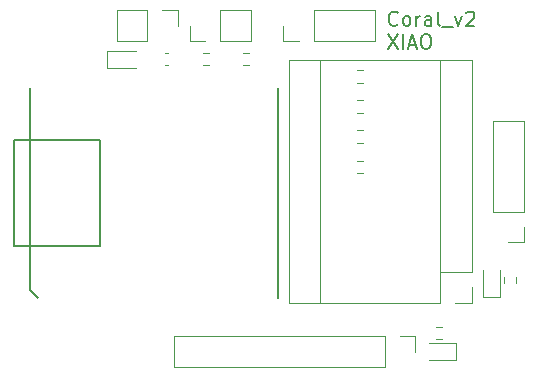
<source format=gbr>
%TF.GenerationSoftware,KiCad,Pcbnew,7.0.5*%
%TF.CreationDate,2023-07-11T15:30:59-04:00*%
%TF.ProjectId,StepperMotor_module_V2_XIAO_RP2040,53746570-7065-4724-9d6f-746f725f6d6f,rev?*%
%TF.SameCoordinates,Original*%
%TF.FileFunction,Legend,Top*%
%TF.FilePolarity,Positive*%
%FSLAX46Y46*%
G04 Gerber Fmt 4.6, Leading zero omitted, Abs format (unit mm)*
G04 Created by KiCad (PCBNEW 7.0.5) date 2023-07-11 15:30:59*
%MOMM*%
%LPD*%
G01*
G04 APERTURE LIST*
%ADD10C,0.200000*%
%ADD11C,0.120000*%
%ADD12C,0.127000*%
G04 APERTURE END LIST*
D10*
X153603006Y-59796457D02*
X153545863Y-59853600D01*
X153545863Y-59853600D02*
X153374435Y-59910742D01*
X153374435Y-59910742D02*
X153260149Y-59910742D01*
X153260149Y-59910742D02*
X153088720Y-59853600D01*
X153088720Y-59853600D02*
X152974435Y-59739314D01*
X152974435Y-59739314D02*
X152917292Y-59625028D01*
X152917292Y-59625028D02*
X152860149Y-59396457D01*
X152860149Y-59396457D02*
X152860149Y-59225028D01*
X152860149Y-59225028D02*
X152917292Y-58996457D01*
X152917292Y-58996457D02*
X152974435Y-58882171D01*
X152974435Y-58882171D02*
X153088720Y-58767885D01*
X153088720Y-58767885D02*
X153260149Y-58710742D01*
X153260149Y-58710742D02*
X153374435Y-58710742D01*
X153374435Y-58710742D02*
X153545863Y-58767885D01*
X153545863Y-58767885D02*
X153603006Y-58825028D01*
X154288720Y-59910742D02*
X154174435Y-59853600D01*
X154174435Y-59853600D02*
X154117292Y-59796457D01*
X154117292Y-59796457D02*
X154060149Y-59682171D01*
X154060149Y-59682171D02*
X154060149Y-59339314D01*
X154060149Y-59339314D02*
X154117292Y-59225028D01*
X154117292Y-59225028D02*
X154174435Y-59167885D01*
X154174435Y-59167885D02*
X154288720Y-59110742D01*
X154288720Y-59110742D02*
X154460149Y-59110742D01*
X154460149Y-59110742D02*
X154574435Y-59167885D01*
X154574435Y-59167885D02*
X154631578Y-59225028D01*
X154631578Y-59225028D02*
X154688720Y-59339314D01*
X154688720Y-59339314D02*
X154688720Y-59682171D01*
X154688720Y-59682171D02*
X154631578Y-59796457D01*
X154631578Y-59796457D02*
X154574435Y-59853600D01*
X154574435Y-59853600D02*
X154460149Y-59910742D01*
X154460149Y-59910742D02*
X154288720Y-59910742D01*
X155203006Y-59910742D02*
X155203006Y-59110742D01*
X155203006Y-59339314D02*
X155260149Y-59225028D01*
X155260149Y-59225028D02*
X155317292Y-59167885D01*
X155317292Y-59167885D02*
X155431577Y-59110742D01*
X155431577Y-59110742D02*
X155545863Y-59110742D01*
X156460149Y-59910742D02*
X156460149Y-59282171D01*
X156460149Y-59282171D02*
X156403006Y-59167885D01*
X156403006Y-59167885D02*
X156288720Y-59110742D01*
X156288720Y-59110742D02*
X156060149Y-59110742D01*
X156060149Y-59110742D02*
X155945863Y-59167885D01*
X156460149Y-59853600D02*
X156345863Y-59910742D01*
X156345863Y-59910742D02*
X156060149Y-59910742D01*
X156060149Y-59910742D02*
X155945863Y-59853600D01*
X155945863Y-59853600D02*
X155888720Y-59739314D01*
X155888720Y-59739314D02*
X155888720Y-59625028D01*
X155888720Y-59625028D02*
X155945863Y-59510742D01*
X155945863Y-59510742D02*
X156060149Y-59453600D01*
X156060149Y-59453600D02*
X156345863Y-59453600D01*
X156345863Y-59453600D02*
X156460149Y-59396457D01*
X157203005Y-59910742D02*
X157088720Y-59853600D01*
X157088720Y-59853600D02*
X157031577Y-59739314D01*
X157031577Y-59739314D02*
X157031577Y-58710742D01*
X157374434Y-60025028D02*
X158288719Y-60025028D01*
X158460148Y-59110742D02*
X158745862Y-59910742D01*
X158745862Y-59910742D02*
X159031577Y-59110742D01*
X159431577Y-58825028D02*
X159488720Y-58767885D01*
X159488720Y-58767885D02*
X159603006Y-58710742D01*
X159603006Y-58710742D02*
X159888720Y-58710742D01*
X159888720Y-58710742D02*
X160003006Y-58767885D01*
X160003006Y-58767885D02*
X160060148Y-58825028D01*
X160060148Y-58825028D02*
X160117291Y-58939314D01*
X160117291Y-58939314D02*
X160117291Y-59053600D01*
X160117291Y-59053600D02*
X160060148Y-59225028D01*
X160060148Y-59225028D02*
X159374434Y-59910742D01*
X159374434Y-59910742D02*
X160117291Y-59910742D01*
X152803006Y-60642742D02*
X153603006Y-61842742D01*
X153603006Y-60642742D02*
X152803006Y-61842742D01*
X154060149Y-61842742D02*
X154060149Y-60642742D01*
X154574435Y-61499885D02*
X155145864Y-61499885D01*
X154460149Y-61842742D02*
X154860149Y-60642742D01*
X154860149Y-60642742D02*
X155260149Y-61842742D01*
X155888720Y-60642742D02*
X156117292Y-60642742D01*
X156117292Y-60642742D02*
X156231577Y-60699885D01*
X156231577Y-60699885D02*
X156345863Y-60814171D01*
X156345863Y-60814171D02*
X156403006Y-61042742D01*
X156403006Y-61042742D02*
X156403006Y-61442742D01*
X156403006Y-61442742D02*
X156345863Y-61671314D01*
X156345863Y-61671314D02*
X156231577Y-61785600D01*
X156231577Y-61785600D02*
X156117292Y-61842742D01*
X156117292Y-61842742D02*
X155888720Y-61842742D01*
X155888720Y-61842742D02*
X155774435Y-61785600D01*
X155774435Y-61785600D02*
X155660149Y-61671314D01*
X155660149Y-61671314D02*
X155603006Y-61442742D01*
X155603006Y-61442742D02*
X155603006Y-61042742D01*
X155603006Y-61042742D02*
X155660149Y-60814171D01*
X155660149Y-60814171D02*
X155774435Y-60699885D01*
X155774435Y-60699885D02*
X155888720Y-60642742D01*
D11*
%TO.C,J1*%
X152510000Y-86170000D02*
X152510000Y-88830000D01*
X134670000Y-86170000D02*
X134670000Y-88830000D01*
X152510000Y-86170000D02*
X134670000Y-86170000D01*
X153780000Y-86170000D02*
X155110000Y-86170000D01*
X152510000Y-88830000D02*
X134670000Y-88830000D01*
X155110000Y-86170000D02*
X155110000Y-87500000D01*
%TO.C,R11*%
X141054724Y-63272500D02*
X140545276Y-63272500D01*
X141054724Y-62227500D02*
X140545276Y-62227500D01*
%TO.C,J3*%
X143930000Y-61230000D02*
X143930000Y-59900000D01*
X145260000Y-61230000D02*
X143930000Y-61230000D01*
X146530000Y-61230000D02*
X151670000Y-61230000D01*
X146530000Y-61230000D02*
X146530000Y-58570000D01*
X151670000Y-61230000D02*
X151670000Y-58570000D01*
X146530000Y-58570000D02*
X151670000Y-58570000D01*
D12*
%TO.C,U1*%
X143519250Y-82960500D02*
X143519250Y-65160500D01*
X122519250Y-82288959D02*
X123190750Y-82960500D01*
X128447250Y-78564500D02*
X121094250Y-78564500D01*
X121095250Y-78560500D02*
X121095250Y-69565500D01*
X121095250Y-69565500D02*
X128447250Y-69565500D01*
X128447250Y-69565500D02*
X128447250Y-78564500D01*
X122519250Y-65160500D02*
X122519250Y-82288959D01*
D11*
%TO.C,R1*%
X150145276Y-63677500D02*
X150654724Y-63677500D01*
X150145276Y-64722500D02*
X150654724Y-64722500D01*
%TO.C,R12*%
X137161942Y-62227500D02*
X137671390Y-62227500D01*
X137161942Y-63272500D02*
X137671390Y-63272500D01*
%TO.C,J7*%
X136010000Y-61230000D02*
X136010000Y-59900000D01*
X137340000Y-61230000D02*
X136010000Y-61230000D01*
X138610000Y-61230000D02*
X141210000Y-61230000D01*
X138610000Y-61230000D02*
X138610000Y-58570000D01*
X141210000Y-61230000D02*
X141210000Y-58570000D01*
X138610000Y-58570000D02*
X141210000Y-58570000D01*
%TO.C,R4*%
X150145276Y-71327500D02*
X150654724Y-71327500D01*
X150145276Y-72372500D02*
X150654724Y-72372500D01*
%TO.C,D1*%
X160831667Y-82885000D02*
X162301667Y-82885000D01*
X162301667Y-82885000D02*
X162301667Y-80600000D01*
X160831667Y-80600000D02*
X160831667Y-82885000D01*
%TO.C,A1*%
X159900000Y-83400000D02*
X159900000Y-82000000D01*
X159900000Y-80730000D02*
X159900000Y-62820000D01*
X159900000Y-62820000D02*
X144400000Y-62820000D01*
X158500000Y-83400000D02*
X159900000Y-83400000D01*
X157230000Y-83400000D02*
X157230000Y-80730000D01*
X157230000Y-80730000D02*
X159900000Y-80730000D01*
X157230000Y-80730000D02*
X157230000Y-62820000D01*
X147070000Y-83400000D02*
X147070000Y-62820000D01*
X144400000Y-83400000D02*
X157230000Y-83400000D01*
X144400000Y-62820000D02*
X144400000Y-83400000D01*
%TO.C,D2*%
X128990000Y-62015000D02*
X128990000Y-63485000D01*
X128990000Y-63485000D02*
X131450000Y-63485000D01*
X131450000Y-62015000D02*
X128990000Y-62015000D01*
%TO.C,J6*%
X135030000Y-58570000D02*
X135030000Y-59900000D01*
X133700000Y-58570000D02*
X135030000Y-58570000D01*
X132430000Y-58570000D02*
X129830000Y-58570000D01*
X132430000Y-58570000D02*
X132430000Y-61230000D01*
X129830000Y-58570000D02*
X129830000Y-61230000D01*
X132430000Y-61230000D02*
X129830000Y-61230000D01*
%TO.C,R10*%
X157377258Y-86439166D02*
X156902742Y-86439166D01*
X157377258Y-85394166D02*
X156902742Y-85394166D01*
%TO.C,R8*%
X162627500Y-81677258D02*
X162627500Y-81202742D01*
X163672500Y-81677258D02*
X163672500Y-81202742D01*
%TO.C,D4*%
X158585000Y-88235000D02*
X158585000Y-86765000D01*
X158585000Y-86765000D02*
X156300000Y-86765000D01*
X156300000Y-88235000D02*
X158585000Y-88235000D01*
%TO.C,C2*%
X134179600Y-63260000D02*
X133887066Y-63260000D01*
X134179600Y-62240000D02*
X133887066Y-62240000D01*
%TO.C,R3*%
X150145276Y-68777500D02*
X150654724Y-68777500D01*
X150145276Y-69822500D02*
X150654724Y-69822500D01*
%TO.C,J4*%
X164320000Y-78250000D02*
X162990000Y-78250000D01*
X164320000Y-76920000D02*
X164320000Y-78250000D01*
X164320000Y-75650000D02*
X164320000Y-67970000D01*
X164320000Y-75650000D02*
X161660000Y-75650000D01*
X164320000Y-67970000D02*
X161660000Y-67970000D01*
X161660000Y-75650000D02*
X161660000Y-67970000D01*
%TO.C,R2*%
X150145276Y-66227500D02*
X150654724Y-66227500D01*
X150145276Y-67272500D02*
X150654724Y-67272500D01*
%TD*%
M02*

</source>
